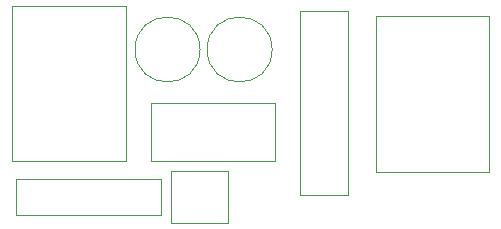
<source format=gbr>
G04 #@! TF.GenerationSoftware,KiCad,Pcbnew,9.0.7-1.fc43*
G04 #@! TF.CreationDate,2026-02-20T23:12:54+05:30*
G04 #@! TF.ProjectId,7805 voltage regulator,37383035-2076-46f6-9c74-616765207265,rev?*
G04 #@! TF.SameCoordinates,Original*
G04 #@! TF.FileFunction,Other,User*
%FSLAX46Y46*%
G04 Gerber Fmt 4.6, Leading zero omitted, Abs format (unit mm)*
G04 Created by KiCad (PCBNEW 9.0.7-1.fc43) date 2026-02-20 23:12:54*
%MOMM*%
%LPD*%
G01*
G04 APERTURE LIST*
%ADD10C,0.050000*%
G04 APERTURE END LIST*
G04 #@! TO.C,D2*
D10*
X127650000Y-90200000D02*
X123550000Y-90200000D01*
X123550000Y-105800000D01*
X127650000Y-105800000D01*
X127650000Y-90200000D01*
G04 #@! TO.C,D1*
X112610000Y-103790000D02*
X117450000Y-103790000D01*
X117450000Y-108210000D01*
X112610000Y-108210000D01*
X112610000Y-103790000D01*
G04 #@! TO.C,J2*
X108800000Y-89780000D02*
X99200000Y-89780000D01*
X99200000Y-102950000D01*
X108800000Y-102950000D01*
X108800000Y-89780000D01*
G04 #@! TO.C,R1*
X111810000Y-107500000D02*
X99550000Y-107500000D01*
X99550000Y-104500000D01*
X111810000Y-104500000D01*
X111810000Y-107500000D01*
G04 #@! TO.C,J1*
X130000000Y-103840000D02*
X139600000Y-103840000D01*
X139600000Y-90670000D01*
X130000000Y-90670000D01*
X130000000Y-103840000D01*
G04 #@! TO.C,C1*
X121205100Y-93500000D02*
G75*
G02*
X115705100Y-93500000I-2750000J0D01*
G01*
X115705100Y-93500000D02*
G75*
G02*
X121205100Y-93500000I2750000J0D01*
G01*
G04 #@! TO.C,C2*
X115100000Y-93500000D02*
G75*
G02*
X109600000Y-93500000I-2750000J0D01*
G01*
X109600000Y-93500000D02*
G75*
G02*
X115100000Y-93500000I2750000J0D01*
G01*
G04 #@! TO.C,U1*
X121410000Y-102900000D02*
X110910000Y-102900000D01*
X110910000Y-98000000D01*
X121410000Y-98000000D01*
X121410000Y-102900000D01*
G04 #@! TD*
M02*

</source>
